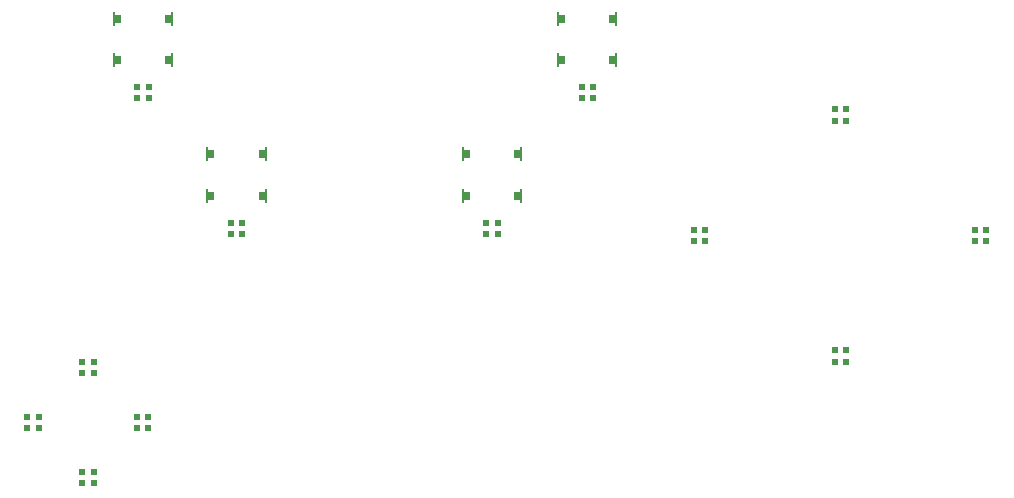
<source format=gbr>
G04 #@! TF.GenerationSoftware,KiCad,Pcbnew,7.0.2*
G04 #@! TF.CreationDate,2023-06-06T21:42:25-07:00*
G04 #@! TF.ProjectId,procon_gcc_button_board,70726f63-6f6e-45f6-9763-635f62757474,rev?*
G04 #@! TF.SameCoordinates,Original*
G04 #@! TF.FileFunction,Paste,Top*
G04 #@! TF.FilePolarity,Positive*
%FSLAX46Y46*%
G04 Gerber Fmt 4.6, Leading zero omitted, Abs format (unit mm)*
G04 Created by KiCad (PCBNEW 7.0.2) date 2023-06-06 21:42:25*
%MOMM*%
%LPD*%
G01*
G04 APERTURE LIST*
G04 Aperture macros list*
%AMFreePoly0*
4,1,21,-0.146464,0.553536,-0.145000,0.550000,-0.145000,0.355000,0.350000,0.355000,0.353536,0.353536,0.355000,0.350000,0.355000,-0.350000,0.353536,-0.353536,0.350000,-0.355000,-0.145000,-0.355000,-0.145000,-0.550000,-0.146464,-0.553536,-0.150000,-0.555000,-0.350000,-0.555000,-0.353536,-0.553536,-0.355000,-0.550000,-0.355000,0.550000,-0.353536,0.553536,-0.350000,0.555000,-0.150000,0.555000,
-0.146464,0.553536,-0.146464,0.553536,$1*%
G04 Aperture macros list end*
%ADD10FreePoly0,0.000000*%
%ADD11FreePoly0,180.000000*%
%ADD12R,0.550000X0.550000*%
G04 APERTURE END LIST*
D10*
X159523000Y-116236000D03*
D11*
X163973000Y-116236000D03*
D10*
X159523000Y-119736000D03*
D11*
X163973000Y-119736000D03*
D10*
X129823000Y-127736000D03*
D11*
X134273000Y-127736000D03*
D10*
X129823000Y-131236000D03*
D11*
X134273000Y-131236000D03*
D12*
X131573000Y-134461000D03*
X132523000Y-134461000D03*
X132523000Y-133511000D03*
X131573000Y-133511000D03*
D10*
X121923000Y-116236000D03*
D11*
X126373000Y-116236000D03*
D10*
X121923000Y-119736000D03*
D11*
X126373000Y-119736000D03*
D12*
X119003000Y-146246000D03*
X119953000Y-146246000D03*
X119953000Y-145296000D03*
X119003000Y-145296000D03*
X119003000Y-155546000D03*
X119953000Y-155546000D03*
X119953000Y-154596000D03*
X119003000Y-154596000D03*
X182703000Y-145271000D03*
X183653000Y-145271000D03*
X183653000Y-144321000D03*
X182703000Y-144321000D03*
X123673000Y-122961000D03*
X124623000Y-122961000D03*
X124623000Y-122011000D03*
X123673000Y-122011000D03*
X170803000Y-135071000D03*
X171753000Y-135071000D03*
X171753000Y-134121000D03*
X170803000Y-134121000D03*
X114353000Y-150896000D03*
X115303000Y-150896000D03*
X115303000Y-149946000D03*
X114353000Y-149946000D03*
X123653000Y-150896000D03*
X124603000Y-150896000D03*
X124603000Y-149946000D03*
X123653000Y-149946000D03*
X194603000Y-135071000D03*
X195553000Y-135071000D03*
X195553000Y-134121000D03*
X194603000Y-134121000D03*
X153223000Y-134461000D03*
X154173000Y-134461000D03*
X154173000Y-133511000D03*
X153223000Y-133511000D03*
X182703000Y-124871000D03*
X183653000Y-124871000D03*
X183653000Y-123921000D03*
X182703000Y-123921000D03*
D10*
X151473000Y-127736000D03*
D11*
X155923000Y-127736000D03*
D10*
X151473000Y-131236000D03*
D11*
X155923000Y-131236000D03*
D12*
X161273000Y-122961000D03*
X162223000Y-122961000D03*
X162223000Y-122011000D03*
X161273000Y-122011000D03*
M02*

</source>
